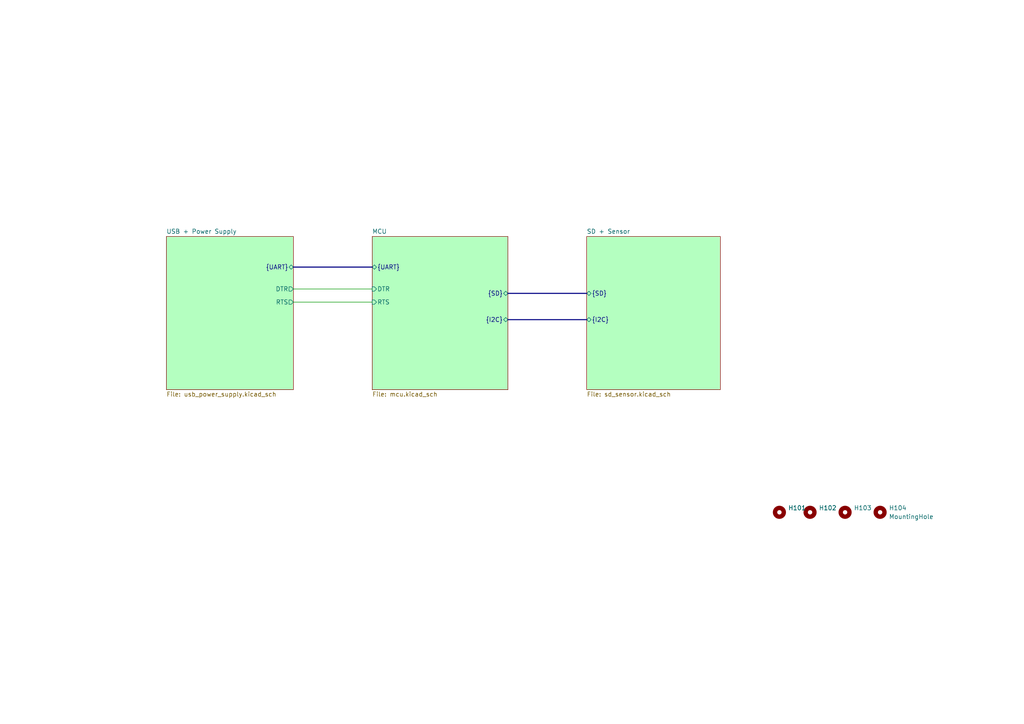
<source format=kicad_sch>
(kicad_sch (version 20231120) (generator "eeschema") (generator_version "8.0")
  (paper "A4")
  (title_block (title "${project_name} - Main") (date "2024-07-07") (rev "v${pcb_version_major}.${pcb_version_minor}") (company "pull-up.dev"))
  (lib_symbols
    (symbol "Mechanical:MountingHole" (pin_names (offset 1.016)) (exclude_from_sim yes) (in_bom no)
      (property "Reference" "H" (at 0 5.08 0))
      (property "Value" "MountingHole" (at 0 3.175 0))
      (symbol "MountingHole_0_1"
        (circle (center 0 0) (radius 1.27) (stroke (width 1.27)))
      )
    )
  )
  (wire (pts (xy 85.09 87.63) (xy 107.95 87.63)))
  (bus (pts (xy 147.32 92.71) (xy 170.18 92.71)))
  (bus (pts (xy 147.32 85.09) (xy 170.18 85.09)))
  (bus (pts (xy 85.09 77.47) (xy 107.95 77.47)))
  (wire (pts (xy 85.09 83.82) (xy 107.95 83.82)))
  (symbol (lib_id "Mechanical:MountingHole") (at 255.27 148.59 0) (unit 1) (exclude_from_sim yes) (in_bom no)
    (property "Reference" "H104" (at 257.81 147.3199 0) (effects (justify left)))
    (property "Value" "MountingHole" (at 257.81 149.8599 0) (effects (justify left)))
    (property "Footprint" "MountingHole:MountingHole_4.3mm_M4" (effects (hide yes)))
    (property "Description" "Mounting Hole without connection" (effects (hide yes)))
  )
  (symbol (lib_id "Mechanical:MountingHole") (at 245.11 148.59 0) (unit 1) (exclude_from_sim yes) (in_bom no)
    (property "Reference" "H103" (at 247.65 147.3199 0) (effects (justify left)))
    (property "Value" "MountingHole" (effects (hide yes)))
    (property "Footprint" "MountingHole:MountingHole_4.3mm_M4" (effects (hide yes)))
    (property "Description" "Mounting Hole without connection" (effects (hide yes)))
  )
  (symbol (lib_id "Mechanical:MountingHole") (at 234.95 148.59 0) (unit 1) (exclude_from_sim yes) (in_bom no)
    (property "Reference" "H102" (at 237.49 147.3199 0) (effects (justify left)))
    (property "Value" "MountingHole" (effects (hide yes)))
    (property "Footprint" "MountingHole:MountingHole_4.3mm_M4" (effects (hide yes)))
    (property "Description" "Mounting Hole without connection" (effects (hide yes)))
  )
  (symbol (lib_id "Mechanical:MountingHole") (at 226.06 148.59 0) (unit 1) (exclude_from_sim yes) (in_bom no)
    (property "Reference" "H101" (at 228.6 147.3199 0) (effects (justify left)))
    (property "Value" "MountingHole" (effects (hide yes)))
    (property "Footprint" "MountingHole:MountingHole_4.3mm_M4" (effects (hide yes)))
    (property "Description" "Mounting Hole without connection" (effects (hide yes)))
  )
  (sheet (at 48.26 68.58) (size 36.83 44.45) (stroke (width 0.1524)) (fill (color 180 255 192 1.0000))
    (property "Sheetname" "USB + Power Supply" (at 48.26 67.8684 0) (effects (justify left bottom)))
    (property "Sheetfile" "usb_power_supply.kicad_sch" (at 48.26 113.6146 0) (effects (justify left top)))
    (pin "{UART}" bidirectional (at 85.09 77.47 0))
    (pin "DTR" output (at 85.09 83.82 0))
    (pin "RTS" output (at 85.09 87.63 0))
  )
  (sheet (at 107.95 68.58) (size 39.37 44.45) (stroke (width 0.1524)) (fill (color 180 255 192 1.0000))
    (property "Sheetname" "MCU" (at 107.95 67.8684 0) (effects (justify left bottom)))
    (property "Sheetfile" "mcu.kicad_sch" (at 107.95 113.6146 0) (effects (justify left top)))
    (pin "RTS" input (at 107.95 87.63 180))
    (pin "DTR" input (at 107.95 83.82 180))
    (pin "{SD}" bidirectional (at 147.32 85.09 0))
    (pin "{UART}" bidirectional (at 107.95 77.47 180))
    (pin "{I2C}" bidirectional (at 147.32 92.71 0))
  )
  (sheet (at 170.18 68.58) (size 38.735 44.45) (stroke (width 0.1524)) (fill (color 180 255 192 1.0000))
    (property "Sheetname" "SD + Sensor" (at 170.18 67.8684 0) (effects (justify left bottom)))
    (property "Sheetfile" "sd_sensor.kicad_sch" (at 170.18 113.6146 0) (effects (justify left top)))
    (pin "{SD}" bidirectional (at 170.18 85.09 180))
    (pin "{I2C}" bidirectional (at 170.18 92.71 180))
  )
)
</source>
